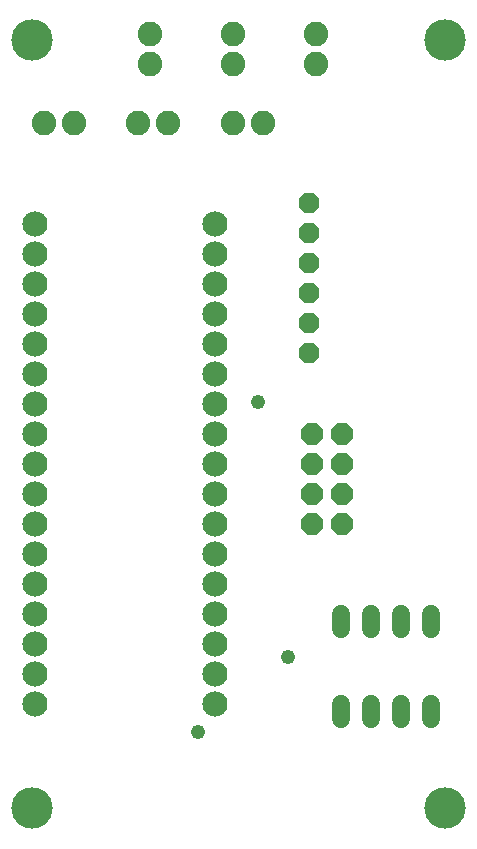
<source format=gbs>
G75*
%MOIN*%
%OFA0B0*%
%FSLAX24Y24*%
%IPPOS*%
%LPD*%
%AMOC8*
5,1,8,0,0,1.08239X$1,22.5*
%
%ADD10C,0.0840*%
%ADD11OC8,0.0740*%
%ADD12OC8,0.0680*%
%ADD13C,0.0820*%
%ADD14C,0.0600*%
%ADD15C,0.1380*%
%ADD16C,0.0480*%
D10*
X002259Y005629D03*
X002259Y006629D03*
X002259Y007629D03*
X002259Y008629D03*
X002259Y009629D03*
X002259Y010629D03*
X002259Y011629D03*
X002259Y012629D03*
X002259Y013629D03*
X002259Y014629D03*
X002259Y015629D03*
X002259Y016629D03*
X002259Y017629D03*
X002259Y018629D03*
X002259Y019629D03*
X002259Y020629D03*
X002259Y021629D03*
X008259Y021629D03*
X008259Y020629D03*
X008259Y019629D03*
X008259Y018629D03*
X008259Y017629D03*
X008259Y016629D03*
X008259Y015629D03*
X008259Y014629D03*
X008259Y013629D03*
X008259Y012629D03*
X008259Y011629D03*
X008259Y010629D03*
X008259Y009629D03*
X008259Y008629D03*
X008259Y007629D03*
X008259Y006629D03*
X008259Y005629D03*
D11*
X011471Y011617D03*
X011471Y012617D03*
X011471Y013617D03*
X011471Y014617D03*
X012471Y014617D03*
X012471Y013617D03*
X012471Y012617D03*
X012471Y011617D03*
D12*
X011365Y017330D03*
X011365Y018330D03*
X011365Y019330D03*
X011365Y020330D03*
X011365Y021330D03*
X011365Y022330D03*
D13*
X009841Y024983D03*
X008841Y024983D03*
X008841Y026952D03*
X008841Y027952D03*
X006692Y024983D03*
X005692Y024983D03*
X006086Y026952D03*
X006086Y027952D03*
X003542Y024983D03*
X002542Y024983D03*
X011597Y026952D03*
X011597Y027952D03*
D14*
X012460Y008633D02*
X012460Y008113D01*
X013460Y008113D02*
X013460Y008633D01*
X014460Y008633D02*
X014460Y008113D01*
X015460Y008113D02*
X015460Y008633D01*
X015460Y005633D02*
X015460Y005113D01*
X014460Y005113D02*
X014460Y005633D01*
X013460Y005633D02*
X013460Y005113D01*
X012460Y005113D02*
X012460Y005633D01*
D15*
X002149Y002149D03*
X015928Y002149D03*
X015928Y027739D03*
X002149Y027739D03*
D16*
X009680Y015680D03*
X010680Y007180D03*
X007680Y004680D03*
M02*

</source>
